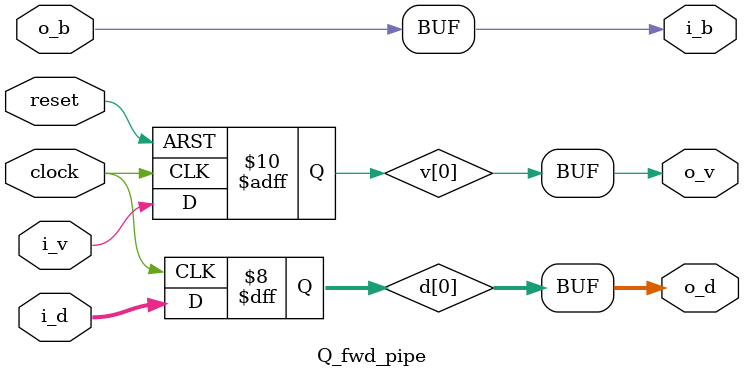
<source format=v>


`ifdef  Q_fwd_pipe
`else
`define Q_fwd_pipe


module Q_fwd_pipe (clock, reset, i_d, i_v, i_b, o_d, o_v, o_b);

   parameter depth =  1;    // - greatest #items in queue  (1 <= depth <= 256)
   parameter width = 16;    // - width of data (i_d, o_d)

   parameter addrwidth = 8;

   /*   
   parameter addrwidth =
		(  (((depth))     ==0) ? 0	// - depth==0   LOG2=0
		 : (((depth-1)>>0)==0) ? 0	// - depth<=1   LOG2=0
		 : (((depth-1)>>1)==0) ? 1	// - depth<=2   LOG2=1
		 : (((depth-1)>>2)==0) ? 2	// - depth<=4   LOG2=2
		 : (((depth-1)>>3)==0) ? 3	// - depth<=8   LOG2=3
		 : (((depth-1)>>4)==0) ? 4	// - depth<=16  LOG2=4
		 : (((depth-1)>>5)==0) ? 5	// - depth<=32  LOG2=5
		 : (((depth-1)>>6)==0) ? 6	// - depth<=64  LOG2=6
		 : (((depth-1)>>7)==0) ? 7	// - depth<=128 LOG2=7
		 :                       8)	// - depth<=256 LOG2=8
		 ;
   */
   
   input     clock;
   input     reset;
   
   input  [width-1:0] i_d;	// - input  stream data (concat data + eos)
   input              i_v;	// - input  stream valid
   output             i_b;	// - input  stream back-pressure

   output [width-1:0] o_d;	// - output stream data (concat data + eos)
   output             o_v;	// - output stream valid
   input              o_b;	// - output stream back-pressure

   reg 	  signed [addrwidth:0] i_, k_;		// - stage indexes
   reg 			       v [depth-1:0]	// - stage valid bit
			         /* synthesis syn_srlstyle="registers" */
			         /* synthesis syn_allow_retiming=1     */ ;
   reg           [width-1:0]   d [depth-1:0]	// - stage data
			         /* synthesis syn_srlstyle="registers" */
			         /* synthesis syn_allow_retiming=1     */ ;

   assign o_d = d[depth-1];			// - output data,  last  stage
   assign o_v = v[depth-1];			// - output valid, last  stage
   assign i_b = o_b;				// - input  bp pass-through

   always @(posedge clock or negedge reset) begin	// - seq always: v
      if (!reset) begin
	 // synthesis loop_limit 256
	 for (i_=depth-1; i_>=0; i_=i_-1) begin
	    v[i_] <= 0;
	 end
      end
      else begin
	 // synthesis loop_limit 256
	 for (i_=depth-1; i_>0; i_=i_-1) begin
	    v[i_] <= v[i_-1];
	 end
	 v[0] <= i_v;
      end
   end // always @ (posedge clock or negedge reset)

   always @(posedge clock) begin			// - seq always: d
      // - no reset for d[] or b[] -- undefined on reset
      // synthesis loop_limit 256
      for (k_=depth-1; k_>0; k_=k_-1) begin
	 d[k_] <= d[k_-1];
      end
      d[0] <= i_d;
   end // always @ (posedge clock)
      
endmodule // Q_fwd_pipe


`endif  // `ifdef  Q_fwd_pipe

</source>
